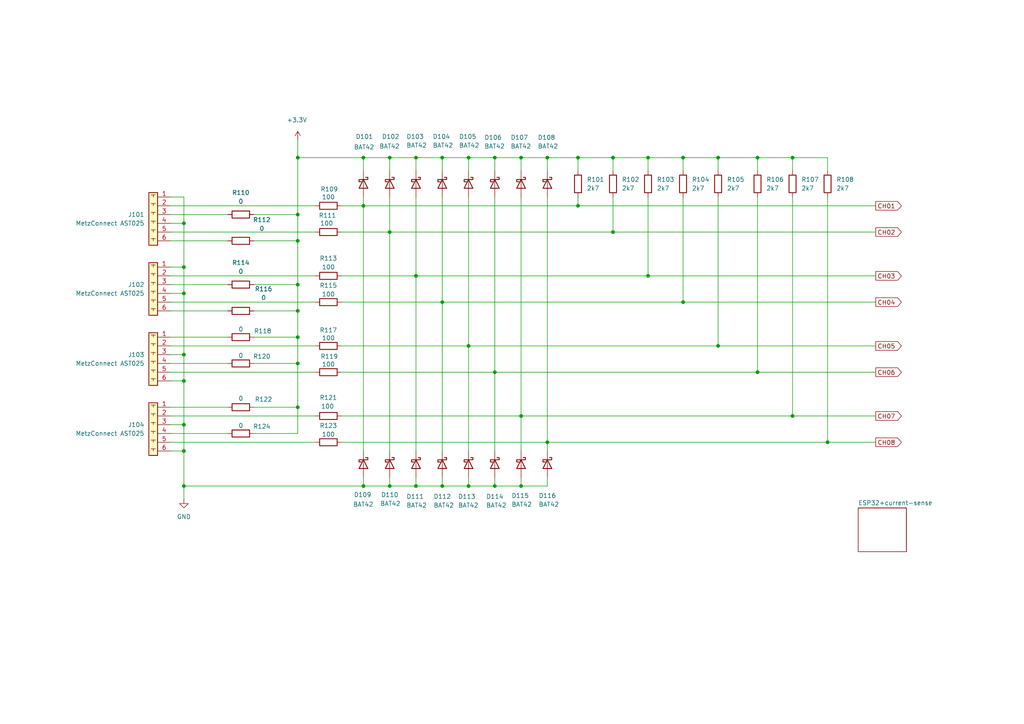
<source format=kicad_sch>
(kicad_sch (version 20250114) (generator "eeschema") (generator_version "9.0")
  (paper "A4")
  (title_block (title "Thermal sensor-Input") (date "2025-12-09") (rev "1.1") (company "KHit6"))
  (lib_symbols
    (symbol "Device:R" (pin_numbers (hide yes)) (pin_names (offset 0))
      (property "Reference" "R" (at 2.032 0 90))
      (property "Value" "R" (at 0 0 90))
      (symbol "R_0_1"
        (rectangle (start -1.016 -2.54) (end 1.016 2.54) (stroke (width 0.254)))
      )
      (symbol "R_1_1"
        (pin passive line (at 0 3.81 270) (length 1.27) (name "~") (number "1"))
        (pin passive line (at 0 -3.81 90) (length 1.27) (name "~") (number "2"))
      )
    )
    (symbol "Diode:BAT42" (pin_numbers (hide yes)) (pin_names (offset 1.016) (hide yes))
      (property "Reference" "D" (at 0 2.54 0))
      (property "Value" "BAT42" (at 0 -2.54 0))
      (symbol "BAT42_0_1"
        (polyline (pts (xy -1.905 0.635) (xy -1.905 1.27) (xy -1.27 1.27) (xy -1.27 -1.27) (xy -0.635 -1.27) (xy -0.635 -0.635)) (stroke (width 0.254)))
        (polyline (pts (xy 1.27 1.27) (xy 1.27 -1.27) (xy -1.27 0) (xy 1.27 1.27)) (stroke (width 0.254)))
        (polyline (pts (xy 1.27 0) (xy -1.27 0)))
      )
      (symbol "BAT42_1_1"
        (pin passive line (at -3.81 0 0) (length 2.54) (name "K") (number "1"))
        (pin passive line (at 3.81 0 180) (length 2.54) (name "A") (number "2"))
      )
    )
    (symbol "clamp_terminal:Clamp_Terminal_01x06" (pin_names (offset 1.016) (hide yes))
      (property "Reference" "J" (at 0 7.62 0))
      (property "Value" "Clamp_Terminal_01x06" (at 0 -10.16 0))
      (symbol "Clamp_Terminal_01x06_0_1"
        (polyline (pts (xy -0.635 5.715) (xy 0.635 5.715)))
        (polyline (pts (xy -0.635 3.175) (xy 0.635 3.175)))
        (polyline (pts (xy -0.635 0.635) (xy 0.635 0.635)))
        (polyline (pts (xy -0.635 -1.905) (xy 0.635 -1.905)))
        (polyline (pts (xy -0.635 -4.445) (xy 0.635 -4.445)))
        (polyline (pts (xy -0.635 -6.985) (xy 0.635 -6.985)))
        (polyline (pts (xy 0 5.715) (xy 0 5.08)))
        (polyline (pts (xy 0 3.175) (xy 0 2.54)))
        (polyline (pts (xy 0 0.635) (xy 0 0)))
        (polyline (pts (xy 0 -1.905) (xy 0 -2.54)))
        (polyline (pts (xy 0 -4.445) (xy 0 -5.08)))
        (polyline (pts (xy 0 -6.985) (xy 0 -7.62)))
      )
      (symbol "Clamp_Terminal_01x06_1_1"
        (rectangle (start -1.27 6.35) (end 1.27 -8.89) (stroke (width 0.254)) (fill (type background)))
        (pin passive line (at -5.08 5.08 0) (length 3.81) (name "Pin_1") (number "1"))
        (pin passive line (at -5.08 2.54 0) (length 3.81) (name "Pin_2") (number "2"))
        (pin passive line (at -5.08 0 0) (length 3.81) (name "Pin_3") (number "3"))
        (pin passive line (at -5.08 -2.54 0) (length 3.81) (name "Pin_4") (number "4"))
        (pin passive line (at -5.08 -5.08 0) (length 3.81) (name "Pin_5") (number "5"))
        (pin passive line (at -5.08 -7.62 0) (length 3.81) (name "Pin_6") (number "6"))
      )
    )
    (symbol "power:+3.3V" (power) (pin_numbers (hide yes)) (pin_names (offset 0) (hide yes))
      (property "Value" "+3.3V" (at 0 3.556 0))
      (symbol "+3.3V_0_1"
        (polyline (pts (xy -0.762 1.27) (xy 0 2.54)))
        (polyline (pts (xy 0 2.54) (xy 0.762 1.27)))
        (polyline (pts (xy 0 0) (xy 0 2.54)))
      )
      (symbol "+3.3V_1_1"
        (pin power_in line (at 0 0 90) (length 0) (name "~") (number "1"))
      )
    )
    (symbol "power:GND" (power) (pin_numbers (hide yes)) (pin_names (offset 0) (hide yes))
      (property "Value" "GND" (at 0 -3.81 0))
      (symbol "GND_0_1"
        (polyline (pts (xy 0 0) (xy 0 -1.27) (xy 1.27 -1.27) (xy 0 -2.54) (xy -1.27 -1.27) (xy 0 -1.27)))
      )
      (symbol "GND_1_1"
        (pin power_in line (at 0 0 270) (length 0) (name "~") (number "1"))
      )
    )
  )
  (junction (at 151.13 45.72))
  (junction (at 120.65 80.01))
  (junction (at 128.27 45.72))
  (junction (at 208.28 45.72))
  (junction (at 229.87 120.65))
  (junction (at 177.8 67.31))
  (junction (at 135.89 45.72))
  (junction (at 177.8 45.72))
  (junction (at 53.34 130.81))
  (junction (at 53.34 123.19))
  (junction (at 105.41 45.72))
  (junction (at 143.51 140.97))
  (junction (at 158.75 45.72))
  (junction (at 151.13 140.97))
  (junction (at 240.03 128.27))
  (junction (at 135.89 140.97))
  (junction (at 229.87 45.72))
  (junction (at 105.41 59.69))
  (junction (at 219.71 45.72))
  (junction (at 86.36 69.85))
  (junction (at 143.51 45.72))
  (junction (at 105.41 140.97))
  (junction (at 187.96 80.01))
  (junction (at 53.34 110.49))
  (junction (at 53.34 140.97))
  (junction (at 86.36 45.72))
  (junction (at 86.36 105.41))
  (junction (at 113.03 67.31))
  (junction (at 120.65 140.97))
  (junction (at 198.12 45.72))
  (junction (at 198.12 87.63))
  (junction (at 128.27 87.63))
  (junction (at 219.71 107.95))
  (junction (at 151.13 120.65))
  (junction (at 128.27 140.97))
  (junction (at 53.34 77.47))
  (junction (at 143.51 107.95))
  (junction (at 53.34 85.09))
  (junction (at 167.64 59.69))
  (junction (at 167.64 45.72))
  (junction (at 86.36 97.79))
  (junction (at 208.28 100.33))
  (junction (at 113.03 45.72))
  (junction (at 53.34 64.77))
  (junction (at 120.65 45.72))
  (junction (at 53.34 102.87))
  (junction (at 86.36 62.23))
  (junction (at 86.36 82.55))
  (junction (at 158.75 128.27))
  (junction (at 135.89 100.33))
  (junction (at 86.36 118.11))
  (junction (at 86.36 90.17))
  (junction (at 187.96 45.72))
  (junction (at 113.03 140.97))
  (wire (pts (xy 229.87 45.72) (xy 240.03 45.72)))
  (wire (pts (xy 113.03 67.31) (xy 113.03 130.81)))
  (wire (pts (xy 128.27 140.97) (xy 135.89 140.97)))
  (wire (pts (xy 105.41 59.69) (xy 105.41 57.15)))
  (wire (pts (xy 229.87 45.72) (xy 229.87 49.53)))
  (wire (pts (xy 105.41 49.53) (xy 105.41 45.72)))
  (wire (pts (xy 120.65 45.72) (xy 120.65 49.53)))
  (wire (pts (xy 73.66 105.41) (xy 86.36 105.41)))
  (wire (pts (xy 99.06 87.63) (xy 128.27 87.63)))
  (wire (pts (xy 73.66 62.23) (xy 86.36 62.23)))
  (wire (pts (xy 158.75 45.72) (xy 167.64 45.72)))
  (wire (pts (xy 219.71 107.95) (xy 254 107.95)))
  (wire (pts (xy 158.75 57.15) (xy 158.75 128.27)))
  (wire (pts (xy 49.53 125.73) (xy 66.04 125.73)))
  (wire (pts (xy 158.75 45.72) (xy 158.75 49.53)))
  (wire (pts (xy 158.75 138.43) (xy 158.75 140.97)))
  (wire (pts (xy 73.66 125.73) (xy 86.36 125.73)))
  (wire (pts (xy 198.12 87.63) (xy 254 87.63)))
  (wire (pts (xy 49.53 107.95) (xy 91.44 107.95)))
  (wire (pts (xy 86.36 105.41) (xy 86.36 118.11)))
  (wire (pts (xy 53.34 85.09) (xy 53.34 102.87)))
  (wire (pts (xy 49.53 110.49) (xy 53.34 110.49)))
  (wire (pts (xy 86.36 45.72) (xy 86.36 62.23)))
  (wire (pts (xy 240.03 45.72) (xy 240.03 49.53)))
  (wire (pts (xy 128.27 45.72) (xy 128.27 49.53)))
  (wire (pts (xy 105.41 45.72) (xy 86.36 45.72)))
  (wire (pts (xy 53.34 140.97) (xy 53.34 144.78)))
  (wire (pts (xy 128.27 57.15) (xy 128.27 87.63)))
  (wire (pts (xy 49.53 80.01) (xy 91.44 80.01)))
  (wire (pts (xy 219.71 45.72) (xy 219.71 49.53)))
  (wire (pts (xy 53.34 102.87) (xy 53.34 110.49)))
  (wire (pts (xy 53.34 140.97) (xy 105.41 140.97)))
  (wire (pts (xy 73.66 118.11) (xy 86.36 118.11)))
  (wire (pts (xy 49.53 64.77) (xy 53.34 64.77)))
  (wire (pts (xy 49.53 67.31) (xy 91.44 67.31)))
  (wire (pts (xy 187.96 45.72) (xy 187.96 49.53)))
  (wire (pts (xy 53.34 123.19) (xy 53.34 130.81)))
  (wire (pts (xy 151.13 45.72) (xy 158.75 45.72)))
  (wire (pts (xy 151.13 140.97) (xy 151.13 138.43)))
  (wire (pts (xy 73.66 90.17) (xy 86.36 90.17)))
  (wire (pts (xy 151.13 140.97) (xy 158.75 140.97)))
  (wire (pts (xy 143.51 140.97) (xy 151.13 140.97)))
  (wire (pts (xy 105.41 140.97) (xy 113.03 140.97)))
  (wire (pts (xy 49.53 57.15) (xy 53.34 57.15)))
  (wire (pts (xy 99.06 100.33) (xy 135.89 100.33)))
  (wire (pts (xy 86.36 118.11) (xy 86.36 125.73)))
  (wire (pts (xy 99.06 59.69) (xy 105.41 59.69)))
  (wire (pts (xy 113.03 67.31) (xy 177.8 67.31)))
  (wire (pts (xy 229.87 120.65) (xy 229.87 57.15)))
  (wire (pts (xy 49.53 120.65) (xy 91.44 120.65)))
  (wire (pts (xy 99.06 128.27) (xy 158.75 128.27)))
  (wire (pts (xy 229.87 120.65) (xy 254 120.65)))
  (wire (pts (xy 135.89 140.97) (xy 143.51 140.97)))
  (wire (pts (xy 86.36 69.85) (xy 86.36 82.55)))
  (wire (pts (xy 105.41 45.72) (xy 113.03 45.72)))
  (wire (pts (xy 73.66 82.55) (xy 86.36 82.55)))
  (wire (pts (xy 198.12 45.72) (xy 208.28 45.72)))
  (wire (pts (xy 49.53 62.23) (xy 66.04 62.23)))
  (wire (pts (xy 151.13 45.72) (xy 151.13 49.53)))
  (wire (pts (xy 135.89 45.72) (xy 135.89 49.53)))
  (wire (pts (xy 113.03 140.97) (xy 113.03 138.43)))
  (wire (pts (xy 49.53 130.81) (xy 53.34 130.81)))
  (wire (pts (xy 167.64 59.69) (xy 167.64 57.15)))
  (wire (pts (xy 49.53 100.33) (xy 91.44 100.33)))
  (wire (pts (xy 49.53 82.55) (xy 66.04 82.55)))
  (wire (pts (xy 49.53 97.79) (xy 66.04 97.79)))
  (wire (pts (xy 187.96 45.72) (xy 198.12 45.72)))
  (wire (pts (xy 73.66 97.79) (xy 86.36 97.79)))
  (wire (pts (xy 208.28 45.72) (xy 208.28 49.53)))
  (wire (pts (xy 120.65 140.97) (xy 128.27 140.97)))
  (wire (pts (xy 86.36 82.55) (xy 86.36 90.17)))
  (wire (pts (xy 99.06 67.31) (xy 113.03 67.31)))
  (wire (pts (xy 86.36 97.79) (xy 86.36 105.41)))
  (wire (pts (xy 208.28 45.72) (xy 219.71 45.72)))
  (wire (pts (xy 49.53 105.41) (xy 66.04 105.41)))
  (wire (pts (xy 177.8 67.31) (xy 254 67.31)))
  (wire (pts (xy 143.51 45.72) (xy 143.51 49.53)))
  (wire (pts (xy 49.53 128.27) (xy 91.44 128.27)))
  (wire (pts (xy 208.28 100.33) (xy 254 100.33)))
  (wire (pts (xy 53.34 77.47) (xy 53.34 85.09)))
  (wire (pts (xy 240.03 128.27) (xy 254 128.27)))
  (wire (pts (xy 128.27 45.72) (xy 135.89 45.72)))
  (wire (pts (xy 177.8 45.72) (xy 187.96 45.72)))
  (wire (pts (xy 158.75 128.27) (xy 158.75 130.81)))
  (wire (pts (xy 86.36 40.64) (xy 86.36 45.72)))
  (wire (pts (xy 143.51 107.95) (xy 143.51 130.81)))
  (wire (pts (xy 49.53 69.85) (xy 66.04 69.85)))
  (wire (pts (xy 198.12 87.63) (xy 198.12 57.15)))
  (wire (pts (xy 219.71 107.95) (xy 219.71 57.15)))
  (wire (pts (xy 158.75 128.27) (xy 240.03 128.27)))
  (wire (pts (xy 49.53 77.47) (xy 53.34 77.47)))
  (wire (pts (xy 113.03 45.72) (xy 113.03 49.53)))
  (wire (pts (xy 177.8 45.72) (xy 177.8 49.53)))
  (wire (pts (xy 99.06 120.65) (xy 151.13 120.65)))
  (wire (pts (xy 86.36 62.23) (xy 86.36 69.85)))
  (wire (pts (xy 49.53 118.11) (xy 66.04 118.11)))
  (wire (pts (xy 53.34 130.81) (xy 53.34 140.97)))
  (wire (pts (xy 120.65 80.01) (xy 187.96 80.01)))
  (wire (pts (xy 135.89 100.33) (xy 135.89 130.81)))
  (wire (pts (xy 49.53 59.69) (xy 91.44 59.69)))
  (wire (pts (xy 113.03 45.72) (xy 120.65 45.72)))
  (wire (pts (xy 53.34 64.77) (xy 53.34 77.47)))
  (wire (pts (xy 135.89 57.15) (xy 135.89 100.33)))
  (wire (pts (xy 128.27 87.63) (xy 128.27 130.81)))
  (wire (pts (xy 177.8 67.31) (xy 177.8 57.15)))
  (wire (pts (xy 128.27 140.97) (xy 128.27 138.43)))
  (wire (pts (xy 120.65 57.15) (xy 120.65 80.01)))
  (wire (pts (xy 49.53 102.87) (xy 53.34 102.87)))
  (wire (pts (xy 135.89 140.97) (xy 135.89 138.43)))
  (wire (pts (xy 143.51 140.97) (xy 143.51 138.43)))
  (wire (pts (xy 120.65 45.72) (xy 128.27 45.72)))
  (wire (pts (xy 105.41 59.69) (xy 167.64 59.69)))
  (wire (pts (xy 105.41 59.69) (xy 105.41 130.81)))
  (wire (pts (xy 86.36 90.17) (xy 86.36 97.79)))
  (wire (pts (xy 135.89 45.72) (xy 143.51 45.72)))
  (wire (pts (xy 143.51 45.72) (xy 151.13 45.72)))
  (wire (pts (xy 167.64 45.72) (xy 177.8 45.72)))
  (wire (pts (xy 113.03 57.15) (xy 113.03 67.31)))
  (wire (pts (xy 151.13 120.65) (xy 229.87 120.65)))
  (wire (pts (xy 99.06 80.01) (xy 120.65 80.01)))
  (wire (pts (xy 128.27 87.63) (xy 198.12 87.63)))
  (wire (pts (xy 143.51 107.95) (xy 219.71 107.95)))
  (wire (pts (xy 120.65 140.97) (xy 120.65 138.43)))
  (wire (pts (xy 198.12 45.72) (xy 198.12 49.53)))
  (wire (pts (xy 99.06 107.95) (xy 143.51 107.95)))
  (wire (pts (xy 49.53 123.19) (xy 53.34 123.19)))
  (wire (pts (xy 53.34 57.15) (xy 53.34 64.77)))
  (wire (pts (xy 53.34 110.49) (xy 53.34 123.19)))
  (wire (pts (xy 167.64 49.53) (xy 167.64 45.72)))
  (wire (pts (xy 73.66 69.85) (xy 86.36 69.85)))
  (wire (pts (xy 105.41 138.43) (xy 105.41 140.97)))
  (wire (pts (xy 219.71 45.72) (xy 229.87 45.72)))
  (wire (pts (xy 187.96 57.15) (xy 187.96 80.01)))
  (wire (pts (xy 135.89 100.33) (xy 208.28 100.33)))
  (wire (pts (xy 167.64 59.69) (xy 254 59.69)))
  (wire (pts (xy 240.03 128.27) (xy 240.03 57.15)))
  (wire (pts (xy 151.13 120.65) (xy 151.13 130.81)))
  (wire (pts (xy 49.53 87.63) (xy 91.44 87.63)))
  (wire (pts (xy 49.53 90.17) (xy 66.04 90.17)))
  (wire (pts (xy 113.03 140.97) (xy 120.65 140.97)))
  (wire (pts (xy 151.13 57.15) (xy 151.13 120.65)))
  (wire (pts (xy 120.65 80.01) (xy 120.65 130.81)))
  (wire (pts (xy 143.51 57.15) (xy 143.51 107.95)))
  (wire (pts (xy 49.53 85.09) (xy 53.34 85.09)))
  (wire (pts (xy 208.28 100.33) (xy 208.28 57.15)))
  (wire (pts (xy 187.96 80.01) (xy 254 80.01)))
  (global_label "CH05" (shape output) (at 254 100.33 0) (property "Intersheetrefs" "${INTERSHEET_REFS}" (effects (hide yes))))
  (global_label "CH03" (shape output) (at 254 80.01 0) (property "Intersheetrefs" "${INTERSHEET_REFS}" (effects (hide yes))))
  (global_label "CH01" (shape output) (at 254 59.69 0) (property "Intersheetrefs" "${INTERSHEET_REFS}" (effects (hide yes))))
  (global_label "CH06" (shape output) (at 254 107.95 0) (property "Intersheetrefs" "${INTERSHEET_REFS}" (effects (hide yes))))
  (global_label "CH07" (shape output) (at 254 120.65 0) (property "Intersheetrefs" "${INTERSHEET_REFS}" (effects (hide yes))))
  (global_label "CH02" (shape output) (at 254 67.31 0) (property "Intersheetrefs" "${INTERSHEET_REFS}" (effects (hide yes))))
  (global_label "CH04" (shape output) (at 254 87.63 0) (property "Intersheetrefs" "${INTERSHEET_REFS}" (effects (hide yes))))
  (global_label "CH08" (shape output) (at 254 128.27 0) (property "Intersheetrefs" "${INTERSHEET_REFS}" (effects (hide yes))))
  (symbol (lib_id "Diode:BAT42") (at 143.51 134.62 270) (unit 1)
    (property "Reference" "D114" (at 140.97 144.018 90) (effects (justify left)))
    (property "Value" "BAT42" (at 140.97 146.558 90) (effects (justify left)))
    (property "Footprint" "Diode_THT:D_DO-35_SOD27_P7.62mm_Horizontal" (effects (hide yes)))
    (property "Datasheet" "http://www.vishay.com/docs/85660/bat42.pdf" (effects (hide yes)))
    (property "Description" "30V 0.2A Small Signal Schottky Diode, DO-35" (effects (hide yes)))
  )
  (symbol (lib_id "Device:R") (at 69.85 118.11 90) (unit 1)
    (property "Reference" "R122" (at 76.454 115.824 90))
    (property "Value" "0" (at 69.85 115.57 90))
    (property "Footprint" "Resistor_THT:R_Axial_DIN0204_L3.6mm_D1.6mm_P7.62mm_Horizontal" (effects (hide yes)))
    (property "Description" "Resistor" (effects (hide yes)))
  )
  (symbol (lib_id "Device:R") (at 167.64 53.34 0) (unit 1)
    (property "Reference" "R101" (at 170.18 52.0699 0) (effects (justify left)))
    (property "Value" "2k7" (at 170.18 54.6099 0) (effects (justify left)))
    (property "Footprint" "Resistor_THT:R_Axial_DIN0204_L3.6mm_D1.6mm_P7.62mm_Horizontal" (effects (hide yes)))
    (property "Description" "Resistor" (effects (hide yes)))
  )
  (symbol (lib_id "Device:R") (at 69.85 97.79 90) (unit 1)
    (property "Reference" "R118" (at 76.2 96.012 90))
    (property "Value" "0" (at 69.85 95.504 90))
    (property "Footprint" "Resistor_THT:R_Axial_DIN0204_L3.6mm_D1.6mm_P7.62mm_Horizontal" (effects (hide yes)))
    (property "Description" "Resistor" (effects (hide yes)))
  )
  (symbol (lib_id "Device:R") (at 240.03 53.34 0) (unit 1)
    (property "Reference" "R108" (at 242.57 52.0699 0) (effects (justify left)))
    (property "Value" "2k7" (at 242.57 54.6099 0) (effects (justify left)))
    (property "Footprint" "Resistor_THT:R_Axial_DIN0204_L3.6mm_D1.6mm_P7.62mm_Horizontal" (effects (hide yes)))
    (property "Description" "Resistor" (effects (hide yes)))
  )
  (symbol (lib_id "Diode:BAT42") (at 158.75 134.62 270) (unit 1)
    (property "Reference" "D116" (at 156.21 143.764 90) (effects (justify left)))
    (property "Value" "BAT42" (at 156.21 146.304 90) (effects (justify left)))
    (property "Footprint" "Diode_THT:D_DO-35_SOD27_P7.62mm_Horizontal" (effects (hide yes)))
    (property "Datasheet" "http://www.vishay.com/docs/85660/bat42.pdf" (effects (hide yes)))
    (property "Description" "30V 0.2A Small Signal Schottky Diode, DO-35" (effects (hide yes)))
  )
  (symbol (lib_id "Diode:BAT42") (at 151.13 134.62 270) (unit 1)
    (property "Reference" "D115" (at 148.336 143.764 90) (effects (justify left)))
    (property "Value" "BAT42" (at 148.336 146.304 90) (effects (justify left)))
    (property "Footprint" "Diode_THT:D_DO-35_SOD27_P7.62mm_Horizontal" (effects (hide yes)))
    (property "Datasheet" "http://www.vishay.com/docs/85660/bat42.pdf" (effects (hide yes)))
    (property "Description" "30V 0.2A Small Signal Schottky Diode, DO-35" (effects (hide yes)))
  )
  (symbol (lib_id "Diode:BAT42") (at 158.75 53.34 270) (unit 1)
    (property "Reference" "D108" (at 155.956 39.878 90) (effects (justify left)))
    (property "Value" "BAT42" (at 155.956 42.418 90) (effects (justify left)))
    (property "Footprint" "Diode_THT:D_DO-35_SOD27_P7.62mm_Horizontal" (effects (hide yes)))
    (property "Datasheet" "http://www.vishay.com/docs/85660/bat42.pdf" (effects (hide yes)))
    (property "Description" "30V 0.2A Small Signal Schottky Diode, DO-35" (effects (hide yes)))
  )
  (symbol (lib_id "power:+3.3V") (at 86.36 40.64 0) (unit 1)
    (property "Reference" "#PWR0101" (effects (hide yes)))
    (property "Value" "+3.3V" (at 86.106 34.798 0))
    (property "Description" "Power symbol creates a global label with name \"+3.3V\"" (effects (hide yes)))
  )
  (symbol (lib_id "Device:R") (at 187.96 53.34 0) (unit 1)
    (property "Reference" "R103" (at 190.5 52.0699 0) (effects (justify left)))
    (property "Value" "2k7" (at 190.5 54.6099 0) (effects (justify left)))
    (property "Footprint" "Resistor_THT:R_Axial_DIN0204_L3.6mm_D1.6mm_P7.62mm_Horizontal" (effects (hide yes)))
    (property "Description" "Resistor" (effects (hide yes)))
  )
  (symbol (lib_id "Device:R") (at 95.25 67.31 90) (unit 1)
    (property "Reference" "R111" (at 94.996 62.484 90))
    (property "Value" "100" (at 94.742 64.77 90))
    (property "Footprint" "Resistor_THT:R_Axial_DIN0204_L3.6mm_D1.6mm_P7.62mm_Horizontal" (effects (hide yes)))
    (property "Description" "Resistor" (effects (hide yes)))
  )
  (symbol (lib_id "Device:R") (at 95.25 80.01 90) (unit 1)
    (property "Reference" "R113" (at 95.25 74.93 90))
    (property "Value" "100" (at 95.25 77.47 90))
    (property "Footprint" "Resistor_THT:R_Axial_DIN0204_L3.6mm_D1.6mm_P7.62mm_Horizontal" (effects (hide yes)))
    (property "Description" "Resistor" (effects (hide yes)))
  )
  (symbol (lib_id "Diode:BAT42") (at 113.03 53.34 270) (unit 1)
    (property "Reference" "D102" (at 110.744 39.624 90) (effects (justify left)))
    (property "Value" "BAT42" (at 109.982 42.418 90) (effects (justify left)))
    (property "Footprint" "Diode_THT:D_DO-35_SOD27_P7.62mm_Horizontal" (effects (hide yes)))
    (property "Datasheet" "http://www.vishay.com/docs/85660/bat42.pdf" (effects (hide yes)))
    (property "Description" "30V 0.2A Small Signal Schottky Diode, DO-35" (effects (hide yes)))
  )
  (symbol (lib_id "Device:R") (at 69.85 105.41 90) (unit 1)
    (property "Reference" "R120" (at 75.946 103.378 90))
    (property "Value" "0" (at 69.85 103.124 90))
    (property "Footprint" "Resistor_THT:R_Axial_DIN0204_L3.6mm_D1.6mm_P7.62mm_Horizontal" (effects (hide yes)))
    (property "Description" "Resistor" (effects (hide yes)))
  )
  (symbol (lib_id "Device:R") (at 208.28 53.34 0) (unit 1)
    (property "Reference" "R105" (at 210.82 52.0699 0) (effects (justify left)))
    (property "Value" "2k7" (at 210.82 54.6099 0) (effects (justify left)))
    (property "Footprint" "Resistor_THT:R_Axial_DIN0204_L3.6mm_D1.6mm_P7.62mm_Horizontal" (effects (hide yes)))
    (property "Description" "Resistor" (effects (hide yes)))
  )
  (symbol (lib_id "clamp_terminal:Clamp_Terminal_01x06") (at 44.45 82.55 0) (mirror y) (unit 1)
    (property "Reference" "J102" (at 41.91 82.5499 0) (effects (justify left)))
    (property "Value" "MetzConnect AST025" (at 41.91 85.0899 0) (effects (justify left)))
    (property "Footprint" "Terminals:TerminalBlock_MetzConnect_AST025_1x06_P5.00mm_Horizontal" (effects (hide yes)))
    (property "Description" "Generic clamp terminal, single row, 01x06" (effects (hide yes)))
  )
  (symbol (lib_id "clamp_terminal:Clamp_Terminal_01x06") (at 44.45 123.19 0) (mirror y) (unit 1)
    (property "Reference" "J104" (at 41.91 123.1899 0) (effects (justify left)))
    (property "Value" "MetzConnect AST025" (at 41.91 125.7299 0) (effects (justify left)))
    (property "Footprint" "Terminals:TerminalBlock_MetzConnect_AST025_1x06_P5.00mm_Horizontal" (effects (hide yes)))
    (property "Description" "Generic clamp terminal, single row, 01x06" (effects (hide yes)))
  )
  (symbol (lib_id "Device:R") (at 95.25 100.33 90) (unit 1)
    (property "Reference" "R117" (at 95.25 95.758 90))
    (property "Value" "100" (at 95.25 98.044 90))
    (property "Footprint" "Resistor_THT:R_Axial_DIN0204_L3.6mm_D1.6mm_P7.62mm_Horizontal" (effects (hide yes)))
    (property "Description" "Resistor" (effects (hide yes)))
  )
  (symbol (lib_id "Device:R") (at 69.85 90.17 90) (unit 1)
    (property "Reference" "R116" (at 76.454 83.82 90))
    (property "Value" "0" (at 76.454 86.36 90))
    (property "Footprint" "Resistor_THT:R_Axial_DIN0204_L3.6mm_D1.6mm_P7.62mm_Horizontal" (effects (hide yes)))
    (property "Description" "Resistor" (effects (hide yes)))
  )
  (symbol (lib_id "clamp_terminal:Clamp_Terminal_01x06") (at 44.45 102.87 0) (mirror y) (unit 1)
    (property "Reference" "J103" (at 41.91 102.8699 0) (effects (justify left)))
    (property "Value" "MetzConnect AST025" (at 41.91 105.4099 0) (effects (justify left)))
    (property "Footprint" "Terminals:TerminalBlock_MetzConnect_AST025_1x06_P5.00mm_Horizontal" (effects (hide yes)))
    (property "Description" "Generic clamp terminal, single row, 01x06" (effects (hide yes)))
  )
  (symbol (lib_id "Diode:BAT42") (at 113.03 134.62 270) (unit 1)
    (property "Reference" "D110" (at 110.49 143.51 90) (effects (justify left)))
    (property "Value" "BAT42" (at 110.236 146.05 90) (effects (justify left)))
    (property "Footprint" "Diode_THT:D_DO-35_SOD27_P7.62mm_Horizontal" (effects (hide yes)))
    (property "Datasheet" "http://www.vishay.com/docs/85660/bat42.pdf" (effects (hide yes)))
    (property "Description" "30V 0.2A Small Signal Schottky Diode, DO-35" (effects (hide yes)))
  )
  (symbol (lib_id "Diode:BAT42") (at 151.13 53.34 270) (unit 1)
    (property "Reference" "D107" (at 148.082 39.878 90) (effects (justify left)))
    (property "Value" "BAT42" (at 148.082 42.418 90) (effects (justify left)))
    (property "Footprint" "Diode_THT:D_DO-35_SOD27_P7.62mm_Horizontal" (effects (hide yes)))
    (property "Datasheet" "http://www.vishay.com/docs/85660/bat42.pdf" (effects (hide yes)))
    (property "Description" "30V 0.2A Small Signal Schottky Diode, DO-35" (effects (hide yes)))
  )
  (symbol (lib_id "Device:R") (at 95.25 120.65 90) (unit 1)
    (property "Reference" "R121" (at 95.25 115.316 90))
    (property "Value" "100" (at 94.996 117.856 90))
    (property "Footprint" "Resistor_THT:R_Axial_DIN0204_L3.6mm_D1.6mm_P7.62mm_Horizontal" (effects (hide yes)))
    (property "Description" "Resistor" (effects (hide yes)))
  )
  (symbol (lib_id "Device:R") (at 69.85 69.85 90) (unit 1)
    (property "Reference" "R112" (at 75.946 63.754 90))
    (property "Value" "0" (at 75.946 66.294 90))
    (property "Footprint" "Resistor_THT:R_Axial_DIN0204_L3.6mm_D1.6mm_P7.62mm_Horizontal" (effects (hide yes)))
    (property "Description" "Resistor" (effects (hide yes)))
  )
  (symbol (lib_id "Diode:BAT42") (at 105.41 134.62 270) (unit 1)
    (property "Reference" "D109" (at 102.616 143.51 90) (effects (justify left)))
    (property "Value" "BAT42" (at 102.362 146.304 90) (effects (justify left)))
    (property "Footprint" "Diode_THT:D_DO-35_SOD27_P7.62mm_Horizontal" (effects (hide yes)))
    (property "Datasheet" "http://www.vishay.com/docs/85660/bat42.pdf" (effects (hide yes)))
    (property "Description" "30V 0.2A Small Signal Schottky Diode, DO-35" (effects (hide yes)))
  )
  (symbol (lib_id "power:GND") (at 53.34 144.78 0) (unit 1)
    (property "Reference" "#PWR0102" (effects (hide yes)))
    (property "Value" "GND" (at 53.34 149.86 0))
    (property "Description" "Power symbol creates a global label with name \"GND\" , ground" (effects (hide yes)))
  )
  (symbol (lib_id "Diode:BAT42") (at 135.89 53.34 270) (unit 1)
    (property "Reference" "D105" (at 133.096 39.624 90) (effects (justify left)))
    (property "Value" "BAT42" (at 133.096 42.164 90) (effects (justify left)))
    (property "Footprint" "Diode_THT:D_DO-35_SOD27_P7.62mm_Horizontal" (effects (hide yes)))
    (property "Datasheet" "http://www.vishay.com/docs/85660/bat42.pdf" (effects (hide yes)))
    (property "Description" "30V 0.2A Small Signal Schottky Diode, DO-35" (effects (hide yes)))
  )
  (symbol (lib_id "Diode:BAT42") (at 128.27 53.34 270) (unit 1)
    (property "Reference" "D104" (at 125.476 39.624 90) (effects (justify left)))
    (property "Value" "BAT42" (at 125.476 42.164 90) (effects (justify left)))
    (property "Footprint" "Diode_THT:D_DO-35_SOD27_P7.62mm_Horizontal" (effects (hide yes)))
    (property "Datasheet" "http://www.vishay.com/docs/85660/bat42.pdf" (effects (hide yes)))
    (property "Description" "30V 0.2A Small Signal Schottky Diode, DO-35" (effects (hide yes)))
  )
  (symbol (lib_id "Device:R") (at 219.71 53.34 0) (unit 1)
    (property "Reference" "R106" (at 222.25 52.0699 0) (effects (justify left)))
    (property "Value" "2k7" (at 222.25 54.6099 0) (effects (justify left)))
    (property "Footprint" "Resistor_THT:R_Axial_DIN0204_L3.6mm_D1.6mm_P7.62mm_Horizontal" (effects (hide yes)))
    (property "Description" "Resistor" (effects (hide yes)))
  )
  (symbol (lib_id "Device:R") (at 198.12 53.34 0) (unit 1)
    (property "Reference" "R104" (at 200.66 52.0699 0) (effects (justify left)))
    (property "Value" "2k7" (at 200.66 54.6099 0) (effects (justify left)))
    (property "Footprint" "Resistor_THT:R_Axial_DIN0204_L3.6mm_D1.6mm_P7.62mm_Horizontal" (effects (hide yes)))
    (property "Description" "Resistor" (effects (hide yes)))
  )
  (symbol (lib_id "Diode:BAT42") (at 135.89 134.62 270) (unit 1)
    (property "Reference" "D113" (at 132.842 144.018 90) (effects (justify left)))
    (property "Value" "BAT42" (at 132.842 146.558 90) (effects (justify left)))
    (property "Footprint" "Diode_THT:D_DO-35_SOD27_P7.62mm_Horizontal" (effects (hide yes)))
    (property "Datasheet" "http://www.vishay.com/docs/85660/bat42.pdf" (effects (hide yes)))
    (property "Description" "30V 0.2A Small Signal Schottky Diode, DO-35" (effects (hide yes)))
  )
  (symbol (lib_id "Device:R") (at 177.8 53.34 0) (unit 1)
    (property "Reference" "R102" (at 180.34 52.0699 0) (effects (justify left)))
    (property "Value" "2k7" (at 180.34 54.6099 0) (effects (justify left)))
    (property "Footprint" "Resistor_THT:R_Axial_DIN0204_L3.6mm_D1.6mm_P7.62mm_Horizontal" (effects (hide yes)))
    (property "Description" "Resistor" (effects (hide yes)))
  )
  (symbol (lib_id "Device:R") (at 229.87 53.34 0) (unit 1)
    (property "Reference" "R107" (at 232.41 52.0699 0) (effects (justify left)))
    (property "Value" "2k7" (at 232.41 54.6099 0) (effects (justify left)))
    (property "Footprint" "Resistor_THT:R_Axial_DIN0204_L3.6mm_D1.6mm_P7.62mm_Horizontal" (effects (hide yes)))
    (property "Description" "Resistor" (effects (hide yes)))
  )
  (symbol (lib_id "Diode:BAT42") (at 128.27 134.62 270) (unit 1)
    (property "Reference" "D112" (at 125.73 144.018 90) (effects (justify left)))
    (property "Value" "BAT42" (at 125.73 146.558 90) (effects (justify left)))
    (property "Footprint" "Diode_THT:D_DO-35_SOD27_P7.62mm_Horizontal" (effects (hide yes)))
    (property "Datasheet" "http://www.vishay.com/docs/85660/bat42.pdf" (effects (hide yes)))
    (property "Description" "30V 0.2A Small Signal Schottky Diode, DO-35" (effects (hide yes)))
  )
  (symbol (lib_id "Diode:BAT42") (at 105.41 53.34 270) (unit 1)
    (property "Reference" "D101" (at 103.124 39.624 90) (effects (justify left)))
    (property "Value" "BAT42" (at 102.616 42.672 90) (effects (justify left)))
    (property "Footprint" "Diode_THT:D_DO-35_SOD27_P7.62mm_Horizontal" (effects (hide yes)))
    (property "Datasheet" "http://www.vishay.com/docs/85660/bat42.pdf" (effects (hide yes)))
    (property "Description" "30V 0.2A Small Signal Schottky Diode, DO-35" (effects (hide yes)))
  )
  (symbol (lib_id "Diode:BAT42") (at 120.65 134.62 270) (unit 1)
    (property "Reference" "D111" (at 117.856 144.018 90) (effects (justify left)))
    (property "Value" "BAT42" (at 117.856 146.558 90) (effects (justify left)))
    (property "Footprint" "Diode_THT:D_DO-35_SOD27_P7.62mm_Horizontal" (effects (hide yes)))
    (property "Datasheet" "http://www.vishay.com/docs/85660/bat42.pdf" (effects (hide yes)))
    (property "Description" "30V 0.2A Small Signal Schottky Diode, DO-35" (effects (hide yes)))
  )
  (symbol (lib_id "Device:R") (at 95.25 59.69 90) (unit 1)
    (property "Reference" "R109" (at 95.504 54.864 90))
    (property "Value" "100" (at 95.25 57.15 90))
    (property "Footprint" "Resistor_THT:R_Axial_DIN0204_L3.6mm_D1.6mm_P7.62mm_Horizontal" (effects (hide yes)))
    (property "Description" "Resistor" (effects (hide yes)))
  )
  (symbol (lib_id "Diode:BAT42") (at 143.51 53.34 270) (unit 1)
    (property "Reference" "D106" (at 140.462 39.878 90) (effects (justify left)))
    (property "Value" "BAT42" (at 140.462 42.418 90) (effects (justify left)))
    (property "Footprint" "Diode_THT:D_DO-35_SOD27_P7.62mm_Horizontal" (effects (hide yes)))
    (property "Datasheet" "http://www.vishay.com/docs/85660/bat42.pdf" (effects (hide yes)))
    (property "Description" "30V 0.2A Small Signal Schottky Diode, DO-35" (effects (hide yes)))
  )
  (symbol (lib_id "Diode:BAT42") (at 120.65 53.34 270) (unit 1)
    (property "Reference" "D103" (at 117.856 39.624 90) (effects (justify left)))
    (property "Value" "BAT42" (at 117.856 42.164 90) (effects (justify left)))
    (property "Footprint" "Diode_THT:D_DO-35_SOD27_P7.62mm_Horizontal" (effects (hide yes)))
    (property "Datasheet" "http://www.vishay.com/docs/85660/bat42.pdf" (effects (hide yes)))
    (property "Description" "30V 0.2A Small Signal Schottky Diode, DO-35" (effects (hide yes)))
  )
  (symbol (lib_id "Device:R") (at 69.85 62.23 90) (unit 1)
    (property "Reference" "R110" (at 69.85 55.88 90))
    (property "Value" "0" (at 69.85 58.42 90))
    (property "Footprint" "Resistor_THT:R_Axial_DIN0204_L3.6mm_D1.6mm_P7.62mm_Horizontal" (effects (hide yes)))
    (property "Description" "Resistor" (effects (hide yes)))
  )
  (symbol (lib_id "Device:R") (at 69.85 82.55 90) (unit 1)
    (property "Reference" "R114" (at 69.85 76.2 90))
    (property "Value" "0" (at 69.85 78.74 90))
    (property "Footprint" "Resistor_THT:R_Axial_DIN0204_L3.6mm_D1.6mm_P7.62mm_Horizontal" (effects (hide yes)))
    (property "Description" "Resistor" (effects (hide yes)))
  )
  (symbol (lib_id "Device:R") (at 95.25 128.27 90) (unit 1)
    (property "Reference" "R123" (at 95.25 123.444 90))
    (property "Value" "100" (at 95.25 125.984 90))
    (property "Footprint" "Resistor_THT:R_Axial_DIN0204_L3.6mm_D1.6mm_P7.62mm_Horizontal" (effects (hide yes)))
    (property "Description" "Resistor" (effects (hide yes)))
  )
  (symbol (lib_id "Device:R") (at 95.25 107.95 90) (unit 1)
    (property "Reference" "R119" (at 95.504 103.378 90))
    (property "Value" "100" (at 95.25 105.664 90))
    (property "Footprint" "Resistor_THT:R_Axial_DIN0204_L3.6mm_D1.6mm_P7.62mm_Horizontal" (effects (hide yes)))
    (property "Description" "Resistor" (effects (hide yes)))
  )
  (symbol (lib_id "clamp_terminal:Clamp_Terminal_01x06") (at 44.45 62.23 0) (mirror y) (unit 1)
    (property "Reference" "J101" (at 41.91 62.2299 0) (effects (justify left)))
    (property "Value" "MetzConnect AST025" (at 41.91 64.7699 0) (effects (justify left)))
    (property "Footprint" "Terminals:TerminalBlock_MetzConnect_AST025_1x06_P5.00mm_Horizontal" (effects (hide yes)))
    (property "Description" "Generic clamp terminal, single row, 01x06" (effects (hide yes)))
  )
  (symbol (lib_id "Device:R") (at 95.25 87.63 90) (unit 1)
    (property "Reference" "R115" (at 95.25 82.804 90))
    (property "Value" "100" (at 95.25 85.344 90))
    (property "Footprint" "Resistor_THT:R_Axial_DIN0204_L3.6mm_D1.6mm_P7.62mm_Horizontal" (effects (hide yes)))
    (property "Description" "Resistor" (effects (hide yes)))
  )
  (symbol (lib_id "Device:R") (at 69.85 125.73 90) (unit 1)
    (property "Reference" "R124" (at 75.946 123.698 90))
    (property "Value" "0" (at 69.85 123.444 90))
    (property "Footprint" "Resistor_THT:R_Axial_DIN0204_L3.6mm_D1.6mm_P7.62mm_Horizontal" (effects (hide yes)))
    (property "Description" "Resistor" (effects (hide yes)))
  )
  (sheet (at 248.92 147.32) (size 13.97 12.7) (stroke (width 0.1524))
    (property "Sheetname" "ESP32+current-sense" (at 248.92 146.6084 0) (effects (justify left bottom)))
    (property "Sheetfile" "temperator-01.kicad_sch" (effects (hide yes)))
  )
)
</source>
